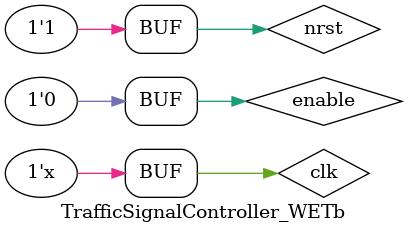
<source format=v>
`timescale 1ns / 1ps

module TrafficSignalController_WETb;
    // input
    reg    clk;
    reg    nrst;
    reg    enable;
    // output
    wire    [2:0]    traffic_light;
    wire    [1:0]    walk_light;
    
    TrafficSignalController_WE inst1(
        .clk(clk),
        .nrst(nrst),
        .enable(enable),
        .traffic_light(traffic_light),
        .walk_light(walk_light)
    );
    // clock generation
    always  #20 begin
        clk =   ~clk;
    end
    
    // testbench
    initial begin
        clk     =   1'b0;
        enable  =   1'b0;
        nrst    =   1'b1;
        
        #40 nrst    =   1'b0;
        #40 nrst    =   1'b1;
                 
        #40 enable  =   1'b1;
        #40 enable  =   1'b0;
    end

endmodule

</source>
